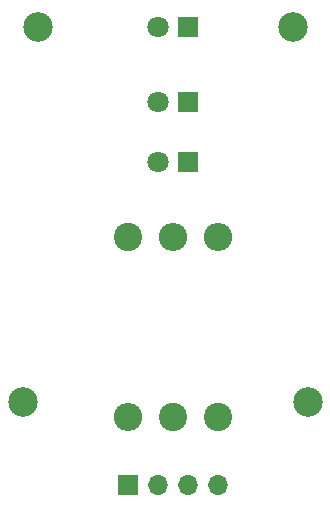
<source format=gbr>
%TF.GenerationSoftware,KiCad,Pcbnew,6.0.4-6f826c9f35~116~ubuntu20.04.1*%
%TF.CreationDate,2022-05-04T13:56:28-03:00*%
%TF.ProjectId,projeto1,70726f6a-6574-46f3-912e-6b696361645f,rev?*%
%TF.SameCoordinates,Original*%
%TF.FileFunction,Soldermask,Top*%
%TF.FilePolarity,Negative*%
%FSLAX46Y46*%
G04 Gerber Fmt 4.6, Leading zero omitted, Abs format (unit mm)*
G04 Created by KiCad (PCBNEW 6.0.4-6f826c9f35~116~ubuntu20.04.1) date 2022-05-04 13:56:28*
%MOMM*%
%LPD*%
G01*
G04 APERTURE LIST*
%ADD10O,2.400000X2.400000*%
%ADD11C,2.400000*%
%ADD12R,1.700000X1.700000*%
%ADD13O,1.700000X1.700000*%
%ADD14C,2.500000*%
%ADD15R,1.800000X1.800000*%
%ADD16C,1.800000*%
G04 APERTURE END LIST*
D10*
%TO.C,R3*%
X166370000Y-72390000D03*
D11*
X166370000Y-87630000D03*
%TD*%
%TO.C,R2*%
X162560000Y-87630000D03*
D10*
X162560000Y-72390000D03*
%TD*%
D11*
%TO.C,R1*%
X158750000Y-72390000D03*
D10*
X158750000Y-87630000D03*
%TD*%
D12*
%TO.C,J1*%
X158760000Y-93415000D03*
D13*
X161300000Y-93415000D03*
X163840000Y-93415000D03*
X166380000Y-93415000D03*
%TD*%
D14*
%TO.C,H4*%
X172720000Y-54610000D03*
%TD*%
%TO.C,H3*%
X173990000Y-86360000D03*
%TD*%
%TO.C,H2*%
X151130000Y-54610000D03*
%TD*%
%TO.C,H1*%
X149860000Y-86360000D03*
%TD*%
D15*
%TO.C,D3*%
X163830000Y-66040000D03*
D16*
X161290000Y-66040000D03*
%TD*%
D15*
%TO.C,D2*%
X163830000Y-60960000D03*
D16*
X161290000Y-60960000D03*
%TD*%
D15*
%TO.C,D1*%
X163830000Y-54610000D03*
D16*
X161290000Y-54610000D03*
%TD*%
M02*

</source>
